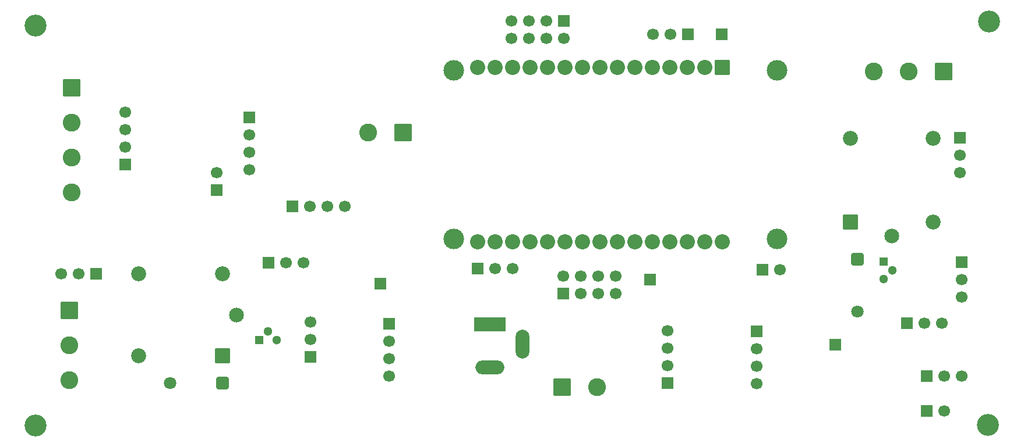
<source format=gbs>
%TF.GenerationSoftware,KiCad,Pcbnew,9.0.7-9.0.7~ubuntu24.04.1*%
%TF.CreationDate,2026-02-15T23:13:22-05:00*%
%TF.ProjectId,plantPartner_PCB1.0,706c616e-7450-4617-9274-6e65725f5043,rev?*%
%TF.SameCoordinates,Original*%
%TF.FileFunction,Soldermask,Bot*%
%TF.FilePolarity,Negative*%
%FSLAX46Y46*%
G04 Gerber Fmt 4.6, Leading zero omitted, Abs format (unit mm)*
G04 Created by KiCad (PCBNEW 9.0.7-9.0.7~ubuntu24.04.1) date 2026-02-15 23:13:22*
%MOMM*%
%LPD*%
G01*
G04 APERTURE LIST*
G04 Aperture macros list*
%AMRoundRect*
0 Rectangle with rounded corners*
0 $1 Rounding radius*
0 $2 $3 $4 $5 $6 $7 $8 $9 X,Y pos of 4 corners*
0 Add a 4 corners polygon primitive as box body*
4,1,4,$2,$3,$4,$5,$6,$7,$8,$9,$2,$3,0*
0 Add four circle primitives for the rounded corners*
1,1,$1+$1,$2,$3*
1,1,$1+$1,$4,$5*
1,1,$1+$1,$6,$7*
1,1,$1+$1,$8,$9*
0 Add four rect primitives between the rounded corners*
20,1,$1+$1,$2,$3,$4,$5,0*
20,1,$1+$1,$4,$5,$6,$7,0*
20,1,$1+$1,$6,$7,$8,$9,0*
20,1,$1+$1,$8,$9,$2,$3,0*%
G04 Aperture macros list end*
%ADD10R,1.700000X1.700000*%
%ADD11C,1.700000*%
%ADD12RoundRect,0.250000X1.050000X1.050000X-1.050000X1.050000X-1.050000X-1.050000X1.050000X-1.050000X0*%
%ADD13C,2.600000*%
%ADD14C,3.200000*%
%ADD15RoundRect,0.250000X-1.050000X1.050000X-1.050000X-1.050000X1.050000X-1.050000X1.050000X1.050000X0*%
%ADD16RoundRect,0.250000X0.650000X0.650000X-0.650000X0.650000X-0.650000X-0.650000X0.650000X-0.650000X0*%
%ADD17C,1.800000*%
%ADD18RoundRect,0.102000X0.990000X-0.990000X0.990000X0.990000X-0.990000X0.990000X-0.990000X-0.990000X0*%
%ADD19C,2.184000*%
%ADD20C,2.139000*%
%ADD21RoundRect,0.250000X-1.050000X-1.050000X1.050000X-1.050000X1.050000X1.050000X-1.050000X1.050000X0*%
%ADD22C,3.000000*%
%ADD23RoundRect,0.102000X-1.000000X1.000000X-1.000000X-1.000000X1.000000X-1.000000X1.000000X1.000000X0*%
%ADD24C,2.204000*%
%ADD25RoundRect,0.250000X-0.650000X0.650000X-0.650000X-0.650000X0.650000X-0.650000X0.650000X0.650000X0*%
%ADD26RoundRect,0.102000X0.990000X0.990000X-0.990000X0.990000X-0.990000X-0.990000X0.990000X-0.990000X0*%
%ADD27R,1.300000X1.300000*%
%ADD28C,1.300000*%
%ADD29R,4.600000X2.000000*%
%ADD30O,4.200000X2.000000*%
%ADD31O,2.000000X4.200000*%
G04 APERTURE END LIST*
D10*
%TO.C,J20*%
X144995000Y-95800000D03*
D11*
X144995000Y-93260000D03*
X147535000Y-95800000D03*
X147535000Y-93260000D03*
X150075000Y-95800000D03*
X150075000Y-93260000D03*
X152615000Y-95800000D03*
X152615000Y-93260000D03*
%TD*%
D12*
%TO.C,J30*%
X121745000Y-72327500D03*
D13*
X116665000Y-72327500D03*
%TD*%
D10*
%TO.C,J1*%
X160200000Y-108810000D03*
D11*
X160200000Y-106270000D03*
X160200000Y-103730000D03*
X160200000Y-101190000D03*
%TD*%
D14*
%TO.C,REF\u002A\u002A*%
X68300000Y-56750000D03*
%TD*%
%TO.C,REF\u002A\u002A*%
X206900000Y-56150000D03*
%TD*%
D15*
%TO.C,J4*%
X73550000Y-65800000D03*
D13*
X73550000Y-70880000D03*
X73550000Y-75960000D03*
X73550000Y-81040000D03*
%TD*%
D10*
%TO.C,J16*%
X173100000Y-101330000D03*
D11*
X173100000Y-103870000D03*
X173100000Y-106410000D03*
X173100000Y-108950000D03*
%TD*%
D10*
%TO.C,J11*%
X94655000Y-80725000D03*
D11*
X94655000Y-78185000D03*
%TD*%
D10*
%TO.C,J8*%
X145145000Y-56100000D03*
D11*
X145145000Y-58640000D03*
X142605000Y-56100000D03*
X142605000Y-58640000D03*
X140065000Y-56100000D03*
X140065000Y-58640000D03*
X137525000Y-56100000D03*
X137525000Y-58640000D03*
%TD*%
D10*
%TO.C,J27*%
X118405000Y-94400000D03*
%TD*%
%TO.C,J22*%
X119726250Y-100230000D03*
D11*
X119726250Y-102770000D03*
X119726250Y-105310000D03*
X119726250Y-107850000D03*
%TD*%
D16*
%TO.C,D4*%
X95515000Y-108800000D03*
D17*
X87895000Y-108800000D03*
%TD*%
D14*
%TO.C,REF\u002A\u002A*%
X68350000Y-115000000D03*
%TD*%
D10*
%TO.C,J29*%
X173960000Y-92300000D03*
D11*
X176500000Y-92300000D03*
%TD*%
D10*
%TO.C,J3*%
X81355000Y-76970000D03*
D11*
X81355000Y-74430000D03*
X81355000Y-71890000D03*
X81355000Y-69350000D03*
%TD*%
D10*
%TO.C,J26*%
X184550000Y-103210000D03*
%TD*%
D18*
%TO.C,K2*%
X186750000Y-85410000D03*
D19*
X198750000Y-85410000D03*
D20*
X192750000Y-87410000D03*
D19*
X186750000Y-73210000D03*
X198750000Y-73210000D03*
%TD*%
D10*
%TO.C,J2*%
X99388800Y-70115000D03*
D11*
X99388800Y-72655000D03*
X99388800Y-75195000D03*
X99388800Y-77735000D03*
%TD*%
D10*
%TO.C,J5*%
X197825000Y-112900000D03*
D11*
X200365000Y-112900000D03*
%TD*%
D10*
%TO.C,J24*%
X163140000Y-58000000D03*
D11*
X160600000Y-58000000D03*
X158060000Y-58000000D03*
%TD*%
D10*
%TO.C,J9*%
X202950000Y-91210000D03*
D11*
X202950000Y-93750000D03*
X202950000Y-96290000D03*
%TD*%
D14*
%TO.C,REF\u002A\u002A*%
X206750000Y-114950000D03*
%TD*%
D10*
%TO.C,J25*%
X132565000Y-92200000D03*
D11*
X135105000Y-92200000D03*
X137645000Y-92200000D03*
%TD*%
D10*
%TO.C,J14*%
X108305000Y-105040000D03*
D11*
X108305000Y-102500000D03*
X108305000Y-99960000D03*
%TD*%
D10*
%TO.C,J12*%
X194950000Y-100110000D03*
D11*
X197490000Y-100110000D03*
X200030000Y-100110000D03*
%TD*%
D10*
%TO.C,J17*%
X197860000Y-107800000D03*
D11*
X200400000Y-107800000D03*
X202940000Y-107800000D03*
%TD*%
D10*
%TO.C,J21*%
X105695000Y-83100000D03*
D11*
X108235000Y-83100000D03*
X110775000Y-83100000D03*
X113315000Y-83100000D03*
%TD*%
D15*
%TO.C,J6*%
X73232500Y-98215000D03*
D13*
X73232500Y-103295000D03*
X73232500Y-108375000D03*
%TD*%
D10*
%TO.C,J7*%
X102205000Y-91300000D03*
D11*
X104745000Y-91300000D03*
X107285000Y-91300000D03*
%TD*%
D21*
%TO.C,J18*%
X144855000Y-109472500D03*
D13*
X149935000Y-109472500D03*
%TD*%
D10*
%TO.C,J28*%
X168050000Y-58050000D03*
%TD*%
D22*
%TO.C,U3*%
X176080000Y-63320000D03*
X129130000Y-63320000D03*
X176080000Y-87830000D03*
X129130000Y-87830000D03*
D23*
X168120000Y-62900000D03*
D24*
X165580000Y-62900000D03*
X163040000Y-62900000D03*
X160500000Y-62900000D03*
X157960000Y-62900000D03*
X155420000Y-62900000D03*
X152880000Y-62900000D03*
X150340000Y-62900000D03*
X147800000Y-62900000D03*
X145260000Y-62900000D03*
X142720000Y-62900000D03*
X140180000Y-62900000D03*
X137640000Y-62900000D03*
X135100000Y-62900000D03*
X132560000Y-62900000D03*
X132560000Y-88300000D03*
X135100000Y-88300000D03*
X137640000Y-88300000D03*
X140180000Y-88300000D03*
X142720000Y-88300000D03*
X145260000Y-88300000D03*
X147800000Y-88300000D03*
X150340000Y-88300000D03*
X152880000Y-88300000D03*
X155420000Y-88300000D03*
X157960000Y-88300000D03*
X160500000Y-88300000D03*
X163040000Y-88300000D03*
X165580000Y-88300000D03*
X168120000Y-88300000D03*
%TD*%
D25*
%TO.C,D7*%
X187750000Y-90784999D03*
D17*
X187750000Y-98404999D03*
%TD*%
D26*
%TO.C,K1*%
X95505000Y-104900000D03*
D19*
X95505000Y-92900000D03*
D20*
X97505000Y-98900000D03*
D19*
X83305000Y-104900000D03*
X83305000Y-92900000D03*
%TD*%
D10*
%TO.C,J15*%
X77105000Y-92900000D03*
D11*
X74565000Y-92900000D03*
X72025000Y-92900000D03*
%TD*%
D10*
%TO.C,J13*%
X202650000Y-73110000D03*
D11*
X202650000Y-75650000D03*
X202650000Y-78190000D03*
%TD*%
D27*
%TO.C,Q1*%
X100865000Y-102600000D03*
D28*
X102135000Y-101330000D03*
X103405000Y-102600000D03*
%TD*%
D10*
%TO.C,J23*%
X157605000Y-93800000D03*
%TD*%
D12*
%TO.C,J10*%
X200300000Y-63450000D03*
D13*
X195220000Y-63450000D03*
X190140000Y-63450000D03*
%TD*%
D29*
%TO.C,J19*%
X134340000Y-100272500D03*
D30*
X134340000Y-106572500D03*
D31*
X139140000Y-103172500D03*
%TD*%
D27*
%TO.C,Q2*%
X191580000Y-91114999D03*
D28*
X192850000Y-92384999D03*
X191580000Y-93654999D03*
%TD*%
M02*

</source>
